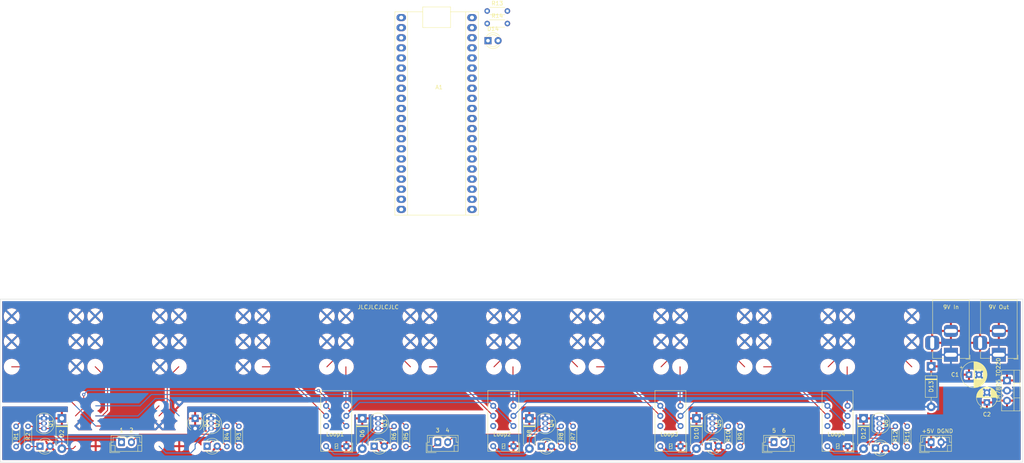
<source format=kicad_pcb>
(kicad_pcb (version 20240108) (generator "pcbnew") (generator_version "8.0")
  (layers (0 "F.Cu" signal) (31 "B.Cu" signal) (34 "B.Paste" user) (35 "F.Paste" user) (36 "B.SilkS" user "B.Silkscreen") (37 "F.SilkS" user "F.Silkscreen") (38 "B.Mask" user) (39 "F.Mask" user) (44 "Edge.Cuts" user))
  (net 0 "")
  (net 1 "+9V")
  (net 3 "+5V")
  (net 11 "J12-1")
  (net 12 "J12-2")
  (net 13 "J12-3")
  (net 14 "J12-4")
  (net 15 "J12-5")
  (net 16 "J12-6")
  (net 24 "L-Out")
  (net 25 "L-In")
  (net 26 "GND")
  (net 29 "Net-(L1-In1-PadT)")
  (net 30 "Net-(L2-In1-PadT)")
  (net 31 "Net-(L3-In1-PadT)")
  (net 32 "Net-(L4-In1-PadT)")
  (net 33 "Net-(Loop1-Pad4)")
  (net 35 "Net-(Loop2-Pad4)")
  (net 37 "Net-(Loop3-Pad4)")
  (net 42 "Net-(D4-Pad2)")
  (net 44 "Net-(L1-Out1-PadT)")
  (net 46 "Net-(L2-Out1-PadT)")
  (net 48 "Net-(L3-Out1-PadT)")
  (net 50 "Net-(L4-Out1-PadT)")
  (net 68 "Net-(D1-K)")
  (net 69 "Net-(D2-A)")
  (net 71 "Net-(D3-K)")
  (net 72 "Net-(D4-K)")
  (net 74 "Net-(D5-K)")
  (net 75 "Net-(D6-A)")
  (net 76 "Net-(D7-K)")
  (net 77 "Net-(D8-A)")
  (net 78 "Net-(D9-K)")
  (net 79 "Net-(D10-A)")
  (net 80 "Net-(D11-K)")
  (net 81 "Net-(D12-A)")
  (net 83 "Net-(D14-K)")
  (net 84 "Net-(Q1-B)")
  (net 86 "Net-(Q2-B)")
  (net 87 "Net-(Q3-B)")
  (net 88 "Net-(Q4-B)")
  (net 89 "Net-(Q5-B)")
  (net 90 "Net-(Q6-B)")
  (footprint "Diode_THT:D_DO-41_SOD81_P10.16mm_Horizontal" (layer "F.Cu") (at 234.015 16.92 -90)
    (property "Reference" "D13" (at 5.08 0 90) (layer "F.SilkS"))
    (property "Value" "1N4001")
    (pad "1" thru_hole rect (at 0 0 270) (size 2.2 2.2) (drill 1.1) (layers "*.Cu" "*.Mask") (net 1 "+9V"))
    (pad "2" thru_hole oval (at 10.16 0 270) (size 2.2 2.2) (drill 1.1) (layers "*.Cu" "*.Mask") (net 26 "GND"))
  )
  (footprint "LED_THT:LED_D3.0mm" (layer "F.Cu") (at 178.015 37)
    (property "Reference" "D9" (hide yes))
    (property "Value" "IR204A")
    (pad "1" thru_hole rect (at 0 0) (size 1.8 1.8) (drill 0.9) (layers "*.Cu" "*.Mask") (net 78 "Net-(D9-K)"))
    (pad "2" thru_hole circle (at 2.54 0) (size 1.8 1.8) (drill 0.9) (layers "*.Cu" "*.Mask") (net 3 "+5V"))
  )
  (footprint "Resistor_THT:R_Axial_DIN0204_L3.6mm_D1.6mm_P5.08mm_Horizontal" (layer "F.Cu") (at 4.015 32 -90)
    (property "Reference" "R1" (at 2.54 0 90) (layer "F.SilkS"))
    (property "Value" "R_Small_US" (hide yes))
    (pad "1" thru_hole circle (at 0 0 270) (size 1.4 1.4) (drill 0.7) (layers "*.Cu" "*.Mask") (net 84 "Net-(Q1-B)"))
    (pad "2" thru_hole oval (at 5.08 0 270) (size 1.4 1.4) (drill 0.7) (layers "*.Cu" "*.Mask") (net 11 "J12-1"))
  )
  (footprint "Connector_BarrelJack:BarrelJack_Horizontal" (layer "F.Cu") (at 238.9725 14 -90)
    (property "Reference" "JDC1" (hide yes))
    (property "Value" "Barrel_Jack_Switch" (hide yes))
    (pad "1" thru_hole rect (at 0 0 270) (size 3.5 3.5) (drill oval 1 3) (layers "*.Cu" "*.Mask") (net 26 "GND"))
    (pad "2" thru_hole roundrect (at -6 0 270) (size 3 3.5) (drill oval 1 3) (layers "*.Cu" "*.Mask") (net 1 "+9V"))
    (pad "3" thru_hole roundrect (at -3 4.7 270) (size 3.5 3.5) (drill oval 3 1) (layers "*.Cu" "*.Mask") (net 1 "+9V"))
  )
  (footprint "Resistor_THT:R_Axial_DIN0204_L3.6mm_D1.6mm_P5.08mm_Horizontal" (layer "F.Cu") (at 122.42 -72.5)
    (property "Reference" "R13" (at 2.54 -1.92 0) (layer "F.SilkS"))
    (property "Value" "R_Small_US")
    (pad "1" thru_hole circle (at 0 0) (size 1.4 1.4) (drill 0.7) (layers "*.Cu" "*.Mask"))
    (pad "2" thru_hole oval (at 5.08 0) (size 1.4 1.4) (drill 0.7) (layers "*.Cu" "*.Mask") (net 72 "Net-(D4-K)"))
  )
  (footprint "LED_THT:LED_D3.0mm" (layer "F.Cu") (at 49.015 30 -90)
    (property "Reference" "D4" (at 1.27 -2.96 -90) (layer "F.SilkS"))
    (property "Value" "IR204A")
    (pad "1" thru_hole rect (at 0 0 270) (size 1.8 1.8) (drill 0.9) (layers "*.Cu" "*.Mask") (net 72 "Net-(D4-K)"))
    (pad "2" thru_hole circle (at 2.54 0 270) (size 1.8 1.8) (drill 0.9) (layers "*.Cu" "*.Mask"))
  )
  (footprint "Package_TO_SOT_THT:TO-92_Inline" (layer "F.Cu") (at 95.015 30 -90)
    (property "Reference" "Q3" (at 1.251437 -1.729905 90) (layer "F.SilkS"))
    (property "Value" "2N3904")
    (pad "1" thru_hole rect (at 0 0 270) (size 1.05 1.5) (drill 0.75) (layers "*.Cu" "*.Mask") (net 26 "GND"))
    (pad "2" thru_hole oval (at 1.27 0 270) (size 1.05 1.5) (drill 0.75) (layers "*.Cu" "*.Mask") (net 87 "Net-(Q3-B)"))
    (pad "3" thru_hole oval (at 2.54 0 270) (size 1.05 1.5) (drill 0.75) (layers "*.Cu" "*.Mask") (net 75 "Net-(D6-A)"))
  )
  (footprint "Package_TO_SOT_THT:TO-92_Inline" (layer "F.Cu") (at 137.015 30 -90)
    (property "Reference" "Q4" (at 1.27 -1.641246 90) (layer "F.SilkS"))
    (property "Value" "2N3904")
    (pad "1" thru_hole rect (at 0 0 270) (size 1.05 1.5) (drill 0.75) (layers "*.Cu" "*.Mask") (net 26 "GND"))
    (pad "2" thru_hole oval (at 1.27 0 270) (size 1.05 1.5) (drill 0.75) (layers "*.Cu" "*.Mask") (net 88 "Net-(Q4-B)"))
    (pad "3" thru_hole oval (at 2.54 0 270) (size 1.05 1.5) (drill 0.75) (layers "*.Cu" "*.Mask") (net 77 "Net-(D8-A)"))
  )
  (footprint "Connector_JST:JST_EH_B2B-EH-A_1x02_P2.50mm_Vertical" (layer "F.Cu") (at 234 36)
    (property "Reference" "J4" (hide yes))
    (property "Value" "Conn_01x02")
    (pad "1" thru_hole roundrect (at 0 0) (size 1.7 2) (drill 1) (layers "*.Cu" "*.Mask") (roundrect_rratio 0.1470588235) (net 3 "+5V"))
    (pad "2" thru_hole oval (at 2.5 0) (size 1.7 2) (drill 1) (layers "*.Cu" "*.Mask") (net 26 "GND"))
  )
  (footprint "Resistor_THT:R_Axial_DIN0204_L3.6mm_D1.6mm_P5.08mm_Horizontal" (layer "F.Cu") (at 60.015 32 -90)
    (property "Reference" "R3" (at 2.54 0 90) (layer "F.SilkS"))
    (property "Value" "R_Small_US")
    (pad "1" thru_hole circle (at 0 0 270) (size 1.4 1.4) (drill 0.7) (layers "*.Cu" "*.Mask") (net 86 "Net-(Q2-B)"))
    (pad "2" thru_hole oval (at 5.08 0 270) (size 1.4 1.4) (drill 0.7) (layers "*.Cu" "*.Mask") (net 16 "J12-6"))
  )
  (footprint "Resistor_THT:R_Axial_DIN0204_L3.6mm_D1.6mm_P5.08mm_Horizontal" (layer "F.Cu") (at 186.015 32 -90)
    (property "Reference" "R9" (at 2.54 0 90) (layer "F.SilkS"))
    (property "Value" "R_Small_US")
    (pad "1" thru_hole circle (at 0 0 270) (size 1.4 1.4) (drill 0.7) (layers "*.Cu" "*.Mask") (net 89 "Net-(Q5-B)"))
    (pad "2" thru_hole oval (at 5.08 0 270) (size 1.4 1.4) (drill 0.7) (layers "*.Cu" "*.Mask") (net 15 "J12-5"))
  )
  (footprint "Package_TO_SOT_THT:TO-92_Inline" (layer "F.Cu") (at 53.015 30 -90)
    (property "Reference" "Q2" (at 1.27 -1.651764 90) (layer "F.SilkS"))
    (property "Value" "2N3904")
    (pad "1" thru_hole rect (at 0 0 270) (size 1.05 1.5) (drill 0.75) (layers "*.Cu" "*.Mask") (net 26 "GND"))
    (pad "2" thru_hole oval (at 1.27 0 270) (size 1.05 1.5) (drill 0.75) (layers "*.Cu" "*.Mask") (net 86 "Net-(Q2-B)"))
    (pad "3" thru_hole oval (at 2.54 0 270) (size 1.05 1.5) (drill 0.75) (layers "*.Cu" "*.Mask"))
  )
  (footprint "Relay_THT:Relay_DPDT_Kemet_EC2" (layer "F.Cu") (at 171.015 37 180)
    (property "Reference" "Loop3" (at 2.83 3 0) (layer "F.SilkS"))
    (property "Value" "EC2-4.5NU")
    (pad "1" thru_hole roundrect (at 0 0 180) (size 1.5 1.5) (drill 0.8) (layers "*.Cu" "*.Mask") (roundrect_rratio 0.167) (net 3 "+5V"))
    (pad "3" thru_hole circle (at 0 5.08 180) (size 1.5 1.5) (drill 0.8) (layers "*.Cu" "*.Mask") (net 35 "Net-(Loop2-Pad4)"))
    (pad "4" thru_hole circle (at 0 7.62 180) (size 1.5 1.5) (drill 0.8) (layers "*.Cu" "*.Mask") (net 37 "Net-(Loop3-Pad4)"))
    (pad "5" thru_hole circle (at 0 10.16 180) (size 1.5 1.5) (drill 0.8) (layers "*.Cu" "*.Mask") (net 48 "Net-(L3-Out1-PadT)"))
    (pad "8" thru_hole circle (at 5.08 10.16 180) (size 1.5 1.5) (drill 0.8) (layers "*.Cu" "*.Mask") (net 35 "Net-(Loop2-Pad4)"))
    (pad "9" thru_hole circle (at 5.08 7.62 180) (size 1.5 1.5) (drill 0.8) (layers "*.Cu" "*.Mask") (net 31 "Net-(L3-In1-PadT)"))
    (pad "10" thru_hole circle (at 5.08 5.08 180) (size 1.5 1.5) (drill 0.8) (layers "*.Cu" "*.Mask"))
    (pad "12" thru_hole circle (at 5.08 0 180) (size 1.5 1.5) (drill 0.8) (layers "*.Cu" "*.Mask") (net 79 "Net-(D10-A)"))
  )
  (footprint "PCM_SL_Development_Boards:raspberry_pi_pico_THT" (layer "F.Cu") (at 100.82 -70.845)
    (property "Reference" "A1" (at 9.49 17.53 180) (layer "F.SilkS"))
    (property "Value" "Raspberry_Pi_Pico_THT")
    (pad "1" thru_hole oval (at 0 0 270) (size 1.8 2.4) (drill 1) (layers "*.Cu" "*.Mask"))
    (pad "2" thru_hole oval (at 0 2.54 270) (size 1.8 2.4) (drill 1) (layers "*.Cu" "*.Mask"))
    (pad "3" thru_hole oval (at 0 5.08 270) (size 1.8 2.4) (drill 1) (layers "*.Cu" "*.Mask"))
    (pad "4" thru_hole oval (at 0 7.62 270) (size 1.8 2.4) (drill 1) (layers "*.Cu" "*.Mask"))
    (pad "5" thru_hole oval (at 0 10.16 270) (size 1.8 2.4) (drill 1) (layers "*.Cu" "*.Mask"))
    (pad "6" thru_hole oval (at 0 12.7 270) (size 1.8 2.4) (drill 1) (layers "*.Cu" "*.Mask"))
    (pad "7" thru_hole oval (at 0 15.24 270) (size 1.8 2.4) (drill 1) (layers "*.Cu" "*.Mask"))
    (pad "8" thru_hole oval (at 0 17.78 270) (size 1.8 2.4) (drill 1) (layers "*.Cu" "*.Mask"))
    (pad "9" thru_hole oval (at 0 20.32 270) (size 1.8 2.4) (drill 1) (layers "*.Cu" "*.Mask"))
    (pad "10" thru_hole oval (at 0 22.86 270) (size 1.8 2.4) (drill 1) (layers "*.Cu" "*.Mask"))
    (pad "11" thru_hole oval (at 0 25.4 270) (size 1.8 2.4) (drill 1) (layers "*.Cu" "*.Mask"))
    (pad "12" thru_hole oval (at 0 27.94 270) (size 1.8 2.4) (drill 1) (layers "*.Cu" "*.Mask"))
    (pad "13" thru_hole oval (at 0 30.48 270) (size 1.8 2.4) (drill 1) (layers "*.Cu" "*.Mask"))
    (pad "14" thru_hole oval (at 0 33.02 270) (size 1.8 2.4) (drill 1) (layers "*.Cu" "*.Mask"))
    (pad "15" thru_hole oval (at 0 35.56 270) (size 1.8 2.4) (drill 1) (layers "*.Cu" "*.Mask"))
    (pad "16" thru_hole oval (at 0 38.1 270) (size 1.8 2.4) (drill 1) (layers "*.Cu" "*.Mask"))
    (pad "17" thru_hole oval (at 0 40.64 270) (size 1.8 2.4) (drill 1) (layers "*.Cu" "*.Mask"))
    (pad "18" thru_hole oval (at 0 43.18 270) (size 1.8 2.4) (drill 1) (layers "*.Cu" "*.Mask"))
    (pad "19" thru_hole oval (at 0 45.72 270) (size 1.8 2.4) (drill 1) (layers "*.Cu" "*.Mask"))
    (pad "20" thru_hole oval (at 0 48.26 270) (size 1.8 2.4) (drill 1) (layers "*.Cu" "*.Mask"))
    (pad "21" thru_hole oval (at 17.78 48.26 270) (size 1.8 2.4) (drill 1) (layers "*.Cu" "*.Mask"))
    (pad "22" thru_hole oval (at 17.78 45.72 270) (size 1.8 2.4) (drill 1) (layers "*.Cu" "*.Mask"))
    (pad "23" thru_hole oval (at 17.78 43.18 270) (size 1.8 2.4) (drill 1) (layers "*.Cu" "*.Mask"))
    (pad "24" thru_hole oval (at 17.78 40.64 270) (size 1.8 2.4) (drill 1) (layers "*.Cu" "*.Mask"))
    (pad "25" thru_hole oval (at 17.78 38.1 270) (size 1.8 2.4) (drill 1) (layers "*.Cu" "*.Mask"))
    (pad "26" thru_hole oval (at 17.78 35.56 270) (size 1.8 2.4) (drill 1) (layers "*.Cu" "*.Mask"))
    (pad "27" thru_hole oval (at 17.78 33.02 270) (size 1.8 2.4) (drill 1) (layers "*.Cu" "*.Mask"))
    (pad "28" thru_hole oval (at 17.78 30.48 270) (size 1.8 2.4) (drill 1) (layers "*.Cu" "*.Mask"))
    (pad "29" thru_hole oval (at 17.78 27.94 270) (size 1.8 2.4) (drill 1) (layers "*.Cu" "*.Mask"))
    (pad "30" thru_hole oval (at 17.78 25.4 270) (size 1.8 2.4) (drill 1) (layers "*.Cu" "*.Mask"))
    (pad "31" thru_hole oval (at 17.78 22.86 270) (size 1.8 2.4) (drill 1) (layers "*.Cu" "*.Mask"))
    (pad "32" thru_hole oval (at 17.78 20.32 270) (size 1.8 2.4) (drill 1) (layers "*.Cu" "*.Mask"))
    (pad "33" thru_hole oval (at 17.78 17.78 270) (size 1.8 2.4) (drill 1) (layers "*.Cu" "*.Mask"))
    (pad "34" thru_hole oval (at 17.78 15.24 270) (size 1.8 2.4) (drill 1) (layers "*.Cu" "*.Mask"))
    (pad "35" thru_hole oval (at 17.78 12.7 270) (size 1.8 2.4) (drill 1) (layers "*.Cu" "*.Mask"))
    (pad "36" thru_hole oval (at 17.78 10.16 270) (size 1.8 2.4) (drill 1) (layers "*.Cu" "*.Mask"))
    (pad "37" thru_hole oval (at 17.78 7.62 270) (size 1.8 2.4) (drill 1) (layers "*.Cu" "*.Mask"))
    (pad "38" thru_hole oval (at 17.78 5.08 270) (size 1.8 2.4) (drill 1) (layers "*.Cu" "*.Mask"))
    (pad "39" thru_hole oval (at 17.78 2.54 270) (size 1.8 2.4) (drill 1) (layers "*.Cu" "*.Mask"))
    (pad "40" thru_hole oval (at 17.78 0 270) (size 1.8 2.4) (drill 1) (layers "*.Cu" "*.Mask"))
  )
  (footprint "Resistor_THT:R_Axial_DIN0204_L3.6mm_D1.6mm_P5.08mm_Horizontal" (layer "F.Cu") (at 102.015 32 -90)
    (property "Reference" "R5" (at 2.54 0 90) (layer "F.SilkS"))
    (property "Value" "R_Small_US")
    (pad "1" thru_hole circle (at 0 0 270) (size 1.4 1.4) (drill 0.7) (layers "*.Cu" "*.Mask") (net 87 "Net-(Q3-B)"))
    (pad "2" thru_hole oval (at 5.08 0 270) (size 1.4 1.4) (drill 0.7) (layers "*.Cu" "*.Mask") (net 13 "J12-3"))
  )
  (footprint "Capacitor_THT:CP_Radial_D5.0mm_P2.50mm" (layer "F.Cu") (at 248.015 26 90)
    (property "Reference" "C2" (at -3 0 0) (layer "F.SilkS"))
    (property "Value" "C_Polarized_US" (hide yes))
    (pad "1" thru_hole rect (at 0 0 90) (size 1.6 1.6) (drill 0.8) (layers "*.Cu" "*.Mask") (net 3 "+5V"))
    (pad "2" thru_hole circle (at 2.5 0 90) (size 1.6 1.6) (drill 0.8) (layers "*.Cu" "*.Mask") (net 26 "GND"))
  )
  (footprint "Diode_THT:D_DO-41_SOD81_P7.62mm_Horizontal" (layer "F.Cu") (at 217.015 30 -90)
    (property "Reference" "D12" (at 3.81 0 90) (layer "F.SilkS"))
    (property "Value" "1N4001")
    (pad "1" thru_hole rect (at 0 0 270) (size 2.2 2.2) (drill 1.1) (layers "*.Cu" "*.Mask") (net 3 "+5V"))
    (pad "2" thru_hole oval (at 7.62 0 270) (size 2.2 2.2) (drill 1.1) (layers "*.Cu" "*.Mask") (net 81 "Net-(D12-A)"))
  )
  (footprint "Relay_THT:Relay_DPDT_Kemet_EC2" (layer "F.Cu") (at 87.015 37 180)
    (property "Reference" "Loop1" (at 2.83 3 0) (layer "F.SilkS"))
    (property "Value" "EC2-4.5NU")
    (pad "1" thru_hole roundrect (at 0 0 180) (size 1.5 1.5) (drill 0.8) (layers "*.Cu" "*.Mask") (roundrect_rratio 0.167) (net 3 "+5V"))
    (pad "3" thru_hole circle (at 0 5.08 180) (size 1.5 1.5) (drill 0.8) (layers "*.Cu" "*.Mask") (net 25 "L-In"))
    (pad "4" thru_hole circle (at 0 7.62 180) (size 1.5 1.5) (drill 0.8) (layers "*.Cu" "*.Mask") (net 33 "Net-(Loop1-Pad4)"))
    (pad "5" thru_hole circle (at 0 10.16 180) (size 1.5 1.5) (drill 0.8) (layers "*.Cu" "*.Mask") (net 44 "Net-(L1-Out1-PadT)"))
    (pad "8" thru_hole circle (at 5.08 10.16 180) (size 1.5 1.5) (drill 0.8) (layers "*.Cu" "*.Mask") (net 25 "L-In"))
    (pad "9" thru_hole circle (at 5.08 7.62 180) (size 1.5 1.5) (drill 0.8) (layers "*.Cu" "*.Mask") (net 29 "Net-(L1-In1-PadT)"))
    (pad "10" thru_hole circle (at 5.08 5.08 180) (size 1.5 1.5) (drill 0.8) (layers "*.Cu" "*.Mask"))
    (pad "12" thru_hole circle (at 5.08 0 180) (size 1.5 1.5) (drill 0.8) (layers "*.Cu" "*.Mask") (net 75 "Net-(D6-A)"))
  )
  (footprint "Resistor_THT:R_Axial_DIN0204_L3.6mm_D1.6mm_P5.08mm_Horizontal" (layer "F.Cu") (at 57.015 32 -90)
    (property "Reference" "R4" (at 2.54 0 90) (layer "F.SilkS"))
    (property "Value" "R_Small_US")
    (pad "1" thru_hole circle (at 0 0 270) (size 1.4 1.4) (drill 0.7) (layers "*.Cu" "*.Mask"))
    (pad "2" thru_hole oval (at 5.08 0 270) (size 1.4 1.4) (drill 0.7) (layers "*.Cu" "*.Mask") (net 71 "Net-(D3-K)"))
  )
  (footprint "Package_TO_SOT_THT:TO-92_Inline" (layer "F.Cu") (at 11.015 30 -90)
    (property "Reference" "Q1" (at 1.27 -1.738755 90) (layer "F.SilkS"))
    (property "Value" "2N3904")
    (pad "1" thru_hole rect (at 0 0 270) (size 1.05 1.5) (drill 0.75) (layers "*.Cu" "*.Mask") (net 26 "GND"))
    (pad "2" thru_hole oval (at 1.27 0 270) (size 1.05 1.5) (drill 0.75) (layers "*.Cu" "*.Mask") (net 84 "Net-(Q1-B)"))
    (pad "3" thru_hole oval (at 2.54 0 270) (size 1.05 1.5) (drill 0.75) (layers "*.Cu" "*.Mask") (net 69 "Net-(D2-A)"))
  )
  (footprint "Resistor_THT:R_Axial_DIN0204_L3.6mm_D1.6mm_P5.08mm_Horizontal" (layer "F.Cu") (at 183.015 32 -90)
    (property "Reference" "R10" (at 2.54 0 90) (layer "F.SilkS"))
    (property "Value" "R_Small_US")
    (pad "1" thru_hole circle (at 0 0 270) (size 1.4 1.4) (drill 0.7) (layers "*.Cu" "*.Mask") (net 79 "Net-(D10-A)"))
    (pad "2" thru_hole oval (at 5.08 0 270) (size 1.4 1.4) (drill 0.7) (layers "*.Cu" "*.Mask") (net 78 "Net-(D9-K)"))
  )
  (footprint "Relay_THT:Relay_DPDT_Kemet_EC2" (layer "F.Cu") (at 213.015 37 180)
    (property "Reference" "Loop4" (at 2.83 3 0) (layer "F.SilkS"))
    (property "Value" "EC2-4.5NU")
    (pad "1" thru_hole roundrect (at 0 0 180) (size 1.5 1.5) (drill 0.8) (layers "*.Cu" "*.Mask") (roundrect_rratio 0.167) (net 3 "+5V"))
    (pad "3" thru_hole circle (at 0 5.08 180) (size 1.5 1.5) (drill 0.8) (layers "*.Cu" "*.Mask") (net 37 "Net-(Loop3-Pad4)"))
    (pad "4" thru_hole circle (at 0 7.62 180) (size 1.5 1.5) (drill 0.8) (layers "*.Cu" "*.Mask") (net 24 "L-Out"))
    (pad "5" thru_hole circle (at 0 10.16 180) (size 1.5 1.5) (drill 0.8) (layers "*.Cu" "*.Mask") (net 50 "Net-(L4-Out1-PadT)"))
    (pad "8" thru_hole circle (at 5.08 10.16 180) (size 1.5 1.5) (drill 0.8) (layers "*.Cu" "*.Mask") (net 37 "Net-(Loop3-Pad4)"))
    (pad "9" thru_hole circle (at 5.08 7.62 180) (size 1.5 1.5) (drill 0.8) (layers "*.Cu" "*.Mask") (net 32 "Net-(L4-In1-PadT)"))
    (pad "10" thru_hole circle (at 5.08 5.08 180) (size 1.5 1.5) (drill 0.8) (layers "*.Cu" "*.Mask"))
    (pad "12" thru_hole circle (at 5.08 0 180) (size 1.5 1.5) (drill 0.8) (layers "*.Cu" "*.Mask") (net 81 "Net-(D12-A)"))
  )
  (footprint "Package_TO_SOT_THT:TO-92_Inline" (layer "F.Cu") (at 221.015 30 -90)
    (property "Reference" "Q6" (at 1.27 -1.679731 90) (layer "F.SilkS"))
    (property "Value" "2N3904")
    (pad "1" thru_hole rect (at 0 0 270) (size 1.05 1.5) (drill 0.75) (layers "*.Cu" "*.Mask") (net 26 "GND"))
    (pad "2" thru_hole oval (at 1.27 0 270) (size 1.05 1.5) (drill 0.75) (layers "*.Cu" "*.Mask") (net 90 "Net-(Q6-B)"))
    (pad "3" thru_hole oval (at 2.54 0 270) (size 1.05 1.5) (drill 0.75) (layers "*.Cu" "*.Mask") (net 81 "Net-(D12-A)"))
  )
  (footprint "Resistor_THT:R_Axial_DIN0204_L3.6mm_D1.6mm_P5.08mm_Horizontal" (layer "F.Cu") (at 141.015 32 -90)
    (property "Reference" "R8" (at 2.54 0 90) (layer "F.SilkS"))
    (property "Value" "R_Small_US")
    (pad "1" thru_hole circle (at 0 0 270) (size 1.4 1.4) (drill 0.7) (layers "*.Cu" "*.Mask") (net 77 "Net-(D8-A)"))
    (pad "2" thru_hole oval (at 5.08 0 270) (size 1.4 1.4) (drill 0.7) (layers "*.Cu" "*.Mask") (net 76 "Net-(D7-K)"))
  )
  (footprint "Resistor_THT:R_Axial_DIN0204_L3.6mm_D1.6mm_P5.08mm_Horizontal" (layer "F.Cu") (at 228.015 32 -90)
    (property "Reference" "R11" (at 2.54 0 90) (layer "F.SilkS"))
    (property "Value" "R_Small_US")
    (pad "1" thru_hole circle (at 0 0 270) (size 1.4 1.4) (drill 0.7) (layers "*.Cu" "*.Mask") (net 90 "Net-(Q6-B)"))
    (pad "2" thru_hole oval (at 5.08 0 270) (size 1.4 1.4) (drill 0.7) (layers "*.Cu" "*.Mask") (net 16 "J12-6"))
  )
  (footprint "Connector_JST:JST_EH_B2B-EH-A_1x02_P2.50mm_Vertical" (layer "F.Cu") (at 194.5 36)
    (property "Reference" "J56" (hide yes))
    (property "Value" "Conn_01x02")
    (pad "1" thru_hole roundrect (at 0 0) (size 1.7 2) (drill 1) (layers "*.Cu" "*.Mask") (roundrect_rratio 0.1470588235) (net 15 "J12-5"))
    (pad "2" thru_hole oval (at 2.5 0) (size 1.7 2) (drill 1) (layers "*.Cu" "*.Mask") (net 16 "J12-6"))
  )
  (footprint "Diode_THT:D_DO-41_SOD81_P7.62mm_Horizontal" (layer "F.Cu") (at 175.015 30 -90)
    (property "Reference" "D10" (at 3.81 0 90) (layer "F.SilkS"))
    (property "Value" "1N4001")
    (pad "1" thru_hole rect (at 0 0 270) (size 2.2 2.2) (drill 1.1) (layers "*.Cu" "*.Mask") (net 3 "+5V"))
    (pad "2" thru_hole oval (at 7.62 0 270) (size 2.2 2.2) (drill 1.1) (layers "*.Cu" "*.Mask") (net 79 "Net-(D10-A)"))
  )
  (footprint "Diode_THT:D_DO-41_SOD81_P7.62mm_Horizontal" (layer "F.Cu") (at 15.515 30 -90)
    (property "Reference" "D2" (at 3.81 0 90) (layer "F.SilkS"))
    (property "Value" "1N4001" (hide yes))
    (pad "1" thru_hole rect (at 0 0 270) (size 2.2 2.2) (drill 1.1) (layers "*.Cu" "*.Mask") (net 3 "+5V"))
    (pad "2" thru_hole oval (at 7.62 0 270) (size 2.2 2.2) (drill 1.1) (layers "*.Cu" "*.Mask") (net 69 "Net-(D2-A)"))
  )
  (footprint "Package_TO_SOT_THT:TO-220-3_Vertical" (layer "F.Cu") (at 253.07 20.46 -90)
    (property "Reference" "U1" (hide yes))
    (property "Value" "LM7805_TO220" (at -0.108704 2.156678 90) (layer "F.SilkS"))
    (pad "1" thru_hole rect (at 0 0 270) (size 1.905 2) (drill 1.1) (layers "*.Cu" "*.Mask") (net 1 "+9V"))
    (pad "2" thru_hole oval (at 2.54 0 270) (size 1.905 2) (drill 1.1) (layers "*.Cu" "*.Mask") (net 26 "GND"))
    (pad "3" thru_hole oval (at 5.08 0 270) (size 1.905 2) (drill 1.1) (layers "*.Cu" "*.Mask") (net 3 "+5V"))
  )
  (footprint "Resistor_THT:R_Axial_DIN0204_L3.6mm_D1.6mm_P5.08mm_Horizontal" (layer "F.Cu") (at 144.015 32 -90)
    (property "Reference" "R7" (at 2.54 0 90) (layer "F.SilkS"))
    (property "Value" "R_Small_US")
    (pad "1" thru_hole circle (at 0 0 270) (size 1.4 1.4) (drill 0.7) (layers "*.Cu" "*.Mask") (net 88 "Net-(Q4-B)"))
    (pad "2" thru_hole oval (at 5.08 0 270) (size 1.4 1.4) (drill 0.7) (layers "*.Cu" "*.Mask") (net 14 "J12-4"))
  )
  (footprint "LED_THT:LED_D3.0mm" (layer "F.Cu") (at 52.015 37)
    (property "Reference" "D3" (hide yes))
    (property "Value" "IR204A")
    (pad "1" thru_hole rect (at 0 0) (size 1.8 1.8) (drill 0.9) (layers "*.Cu" "*.Mask") (net 71 "Net-(D3-K)"))
    (pad "2" thru_hole circle (at 2.54 0) (size 1.8 1.8) (drill 0.9) (layers "*.Cu" "*.Mask"))
  )
  (footprint "Connector_JST:JST_EH_B2B-EH-A_1x02_P2.50mm_Vertical" (layer "F.Cu") (at 110 36)
    (property "Reference" "J34" (hide yes))
    (property "Value" "Conn_01x02")
    (pad "1" thru_hole roundrect (at 0 0) (size 1.7 2) (drill 1) (layers "*.Cu" "*.Mask") (roundrect_rratio 0.1470588235) (net 13 "J12-3"))
    (pad "2" thru_hole oval (at 2.5 0) (size 1.7 2) (drill 1) (layers "*.Cu" "*.Mask") (net 14 "J12-4"))
  )
  (footprint "Connector_BarrelJack:BarrelJack_Horizontal" (layer "F.Cu") (at 251.015 14 -90)
    (property "Reference" "JDC2" (hide yes))
    (property "Value" "Barrel_Jack_Switch")
    (pad "1" thru_hole rect (at 0 0 270) (size 3.5 3.5) (drill oval 1 3) (layers "*.Cu" "*.Mask") (net 26 "GND"))
    (pad "2" thru_hole roundrect (at -6 0 270) (size 3 3.5) (drill oval 1 3) (layers "*.Cu" "*.Mask") (net 1 "+9V"))
    (pad "3" thru_hole roundrect (at -3 4.7 270) (size 3.5 3.5) (drill oval 3 1) (layers "*.Cu" "*.Mask") (net 1 "+9V"))
  )
  (footprint "LED_THT:LED_D3.0mm" (layer "F.Cu") (at 122.62 -65.04)
    (property "Reference" "D14" (at 1.27 -2.96 0) (layer "F.SilkS"))
    (property "Value" "IR204A")
    (pad "1" thru_hole rect (at 0 0) (size 1.8 1.8) (drill 0.9) (layers "*.Cu" "*.Mask") (net 83 "Net-(D14-K)"))
    (pad "2" thru_hole circle (at 2.54 0) (size 1.8 1.8) (drill 0.9) (layers "*.Cu" "*.Mask"))
  )
  (footprint "Capacitor_THT:CP_Radial_D6.3mm_P2.50mm" (layer "F.Cu") (at 243.515 19)
    (property "Reference" "C1" (at -3.5 0 180) (layer "F.SilkS"))
    (property "Value" "C_Polarized_US" (hide yes))
    (pad "1" thru_hole rect (at 0 0) (size 1.6 1.6) (drill 0.8) (layers "*.Cu" "*.Mask") (net 1 "+9V"))
    (pad "2" thru_hole circle (at 2.5 0) (size 1.6 1.6) (drill 0.8) (layers "*.Cu" "*.Mask") (net 26 "GND"))
  )
  (footprint "Relay_THT:Relay_DPDT_Kemet_EC2" (layer "F.Cu") (at 129.015 37 180)
    (property "Reference" "Loop2" (at 2.83 3 0) (layer "F.SilkS"))
    (property "Value" "EC2-4.5NU")
    (pad "1" thru_hole roundrect (at 0 0 180) (size 1.5 1.5) (drill 0.8) (layers "*.Cu" "*.Mask") (roundrect_rratio 0.167) (net 3 "+5V"))
    (pad "3" thru_hole circle (at 0 5.08 180) (size 1.5 1.5) (drill 0.8) (layers "*.Cu" "*.Mask") (net 33 "Net-(Loop1-Pad4)"))
    (pad "4" thru_hole circle (at 0 7.62 180) (size 1.5 1.5) (drill 0.8) (layers "*.Cu" "*.Mask") (net 35 "Net-(Loop2-Pad4)"))
    (pad "5" thru_hole circle (at 0 10.16 180) (size 1.5 1.5) (drill 0.8) (layers "*.Cu" "*.Mask") (net 46 "Net-(L2-Out1-PadT)"))
    (pad "8" thru_hole circle (at 5.08 10.16 180) (size 1.5 1.5) (drill 0.8) (layers "*.Cu" "*.Mask") (net 33 "Net-(Loop1-Pad4)"))
    (pad "9" thru_hole circle (at 5.08 7.62 180) (size 1.5 1.5) (drill 0.8) (layers "*.Cu" "*.Mask") (net 30 "Net-(L2-In1-PadT)"))
    (pad "10" thru_hole circle (at 5.08 5.08 180) (size 1.5 1.5) (drill 0.8) (layers "*.Cu" "*.Mask"))
    (pad "12" thru_hole circle (at 5.08 0 180) (size 1.5 1.5) (drill 0.8) (layers "*.Cu" "*.Mask") (net 77 "Net-(D8-A)"))
  )
  (footprint "LED_THT:LED_D3.0mm" (layer "F.Cu") (at 10.015 37)
    (property "Reference" "D1" (hide yes))
    (property "Value" "IR204A" (hide yes))
    (pad "1" thru_hole rect (at 0 0) (size 1.8 1.8) (drill 0.9) (layers "*.Cu" "*.Mask") (net 68 "Net-(D1-K)"))
    (pad "2" thru_hole circle (at 2.54 0) (size 1.8 1.8) (drill 0.9) (layers "*.Cu" "*.Mask") (net 3 "+5V"))
  )
  (footprint "Resistor_THT:R_Axial_DIN0204_L3.6mm_D1.6mm_P5.08mm_Horizontal" (layer "F.Cu") (at 7.015 32 -90)
    (property "Reference" "R2" (at 2.54 0.015459 90) (layer "F.SilkS"))
    (property "Value" "R_Small_US")
    (pad "1" thru_hole circle (at 0 0 270) (size 1.4 1.4) (drill 0.7) (layers "*.Cu" "*.Mask") (net 69 "Net-(D2-A)"))
    (pad "2" thru_hole oval (at 5.08 0 270) (size 1.4 1.4) (drill 0.7) (layers "*.Cu" "*.Mask") (net 68 "Net-(D1-K)"))
  )
  (footprint "Resistor_THT:R_Axial_DIN0204_L3.6mm_D1.6mm_P5.08mm_Horizontal" (layer "F.Cu") (at 122.42 -69.35)
    (property "Reference" "R14" (at 2.54 -1.92 0) (layer "F.SilkS"))
    (property "Value" "R_Small_US")
    (pad "1" thru_hole circle (at 0 0) (size 1.4 1.4) (drill 0.7) (layers "*.Cu" "*.Mask"))
    (pad "2" thru_hole oval (at 5.08 0) (size 1.4 1.4) (drill 0.7) (layers "*.Cu" "*.Mask") (net 83 "Net-(D14-K)"))
  )
  (footprint "Diode_THT:D_DO-41_SOD81_P7.62mm_Horizontal" (layer "F.Cu") (at 133.015 30 -90)
    (property "Reference" "D8" (at 3.81 0 90) (layer "F.SilkS"))
    (property "Value" "1N4001")
    (pad "1" thru_hole rect (at 0 0 270) (size 2.2 2.2) (drill 1.1) (layers "*.Cu" "*.Mask") (net 3 "+5V"))
    (pad "2" thru_hole oval (at 7.62 0 270) (size 2.2 2.2) (drill 1.1) (layers "*.Cu" "*.Mask") (net 77 "Net-(D8-A)"))
  )
  (footprint "Diode_THT:D_DO-41_SOD81_P7.62mm_Horizontal" (layer "F.Cu") (at 91.015 30 -90)
    (property "Reference" "D6" (at 3.81 0 90) (layer "F.SilkS"))
    (property "Value" "1N4001")
    (pad "1" thru_hole rect (at 0 0 270) (size 2.2 2.2) (drill 1.1) (layers "*.Cu" "*.Mask") (net 3 "+5V"))
    (pad "2" thru_hole oval (at 7.62 0 270) (size 2.2 2.2) (drill 1.1) (layers "*.Cu" "*.Mask") (net 75 "Net-(D6-A)"))
  )
  (footprint "LED_THT:LED_D3.0mm" (layer "F.Cu") (at 136.015 37)
    (property "Reference" "D7" (hide yes))
    (property "Value" "IR204A")
    (pad "1" thru_hole rect (at 0 0) (size 1.8 1.8) (drill 0.9) (layers "*.Cu" "*.Mask") (net 76 "Net-(D7-K)"))
    (pad "2" thru_hole circle (at 2.54 0) (size 1.8 1.8) (drill 0.9) (layers "*.Cu" "*.Mask") (net 3 "+5V"))
  )
  (footprint "Resistor_THT:R_Axial_DIN0204_L3.6mm_D1.6mm_P5.08mm_Horizontal" (layer "F.Cu") (at 99.015 32 -90)
    (property "Reference" "R6" (at 2.54 0 90) (layer "F.SilkS"))
    (property "Value" "R_Small_US")
    (pad "1" thru_hole circle (at 0 0 270) (size 1.4 1.4) (drill 0.7) (layers "*.Cu" "*.Mask") (net 75 "Net-(D6-A)"))
    (pad "2" thru_hole oval (at 5.08 0 270) (size 1.4 1.4) (drill 0.7) (layers "*.Cu" "*.Mask") (net 74 "Net-(D5-K)"))
  )
  (footprint "LED_THT:LED_D3.0mm" (layer "F.Cu") (at 220.015 37.46)
    (property "Reference" "D11" (hide yes))
    (property "Value" "IR204A")
    (pad "1" thru_hole rect (at 0 0) (size 1.8 1.8) (drill 0.9) (layers "*.Cu" "*.Mask") (net 80 "Net-(D11-K)"))
    (pad "2" thru_hole circle (at 2.54 0) (size 1.8 1.8) (drill 0.9) (layers "*.Cu" "*.Mask") (net 3 "+5V"))
  )
  (footprint "Package_TO_SOT_THT:TO-92_Inline" (layer "F.Cu") (at 179.015 30 -90)
    (property "Reference" "Q5" (at 1.27 -1.683996 90) (layer "F.SilkS"))
    (property "Value" "2N3904")
    (pad "1" thru_hole rect (at 0 0 270) (size 1.05 1.5) (drill 0.75) (layers "*.Cu" "*.Mask") (net 26 "GND"))
    (pad "2" thru_hole oval (at 1.27 0 270) (size 1.05 1.5) (drill 0.75) (layers "*.Cu" "*.Mask") (net 89 "Net-(Q5-B)"))
    (pad "3" thru_hole oval (at 2.54 0 270) (size 1.05 1.5) (drill 0.75) (layers "*.Cu" "*.Mask") (net 79 "Net-(D10-A)"))
  )
  (footprint "Connector_JST:JST_EH_B2B-EH-A_1x02_P2.50mm_Vertical" (layer "F.Cu") (at 30.5 36)
    (property "Reference" "J12" (hide yes))
    (property "Value" "Conn_01x02")
    (pad "1" thru_hole roundrect (at 0 0) (size 1.7 2) (drill 1) (layers "*.Cu" "*.Mask") (roundrect_rratio 0.1470588235) (net 11 "J12-1"))
    (pad "2" thru_hole oval (at 2.5 0) (size 1.7 2) (drill 1) (layers "*.Cu" "*.Mask") (net 12 "J12-2"))
  )
  (footprint "Resistor_THT:R_Axial_DIN0204_L3.6mm_D1.6mm_P5.08mm_Horizontal" (layer "F.Cu") (at 225.015 32 -90)
    (property "Reference" "R12" (at 2.54 0 90) (layer "F.SilkS"))
    (property "Value" "R_Small_US")
    (pad "1" thru_hole circle (at 0 0 270) (size 1.4 1.4) (drill 0.7) (layers "*.Cu" "*.Mask") (net 81 "Net-(D12-A)"))
    (pad "2" thru_hole oval (at 5.08 0 270) (size 1.4 1.4) (drill 0.7) (layers "*.Cu" "*.Mask") (net 80 "Net-(D11-K)"))
  )
  (footprint "LED_THT:LED_D3.0mm" (layer "F.Cu") (at 94.015 37)
    (property "Reference" "D5" (hide yes))
    (property "Value" "IR204A")
    (pad "1" thru_hole rect (at 0 0) (size 1.8 1.8) (drill 0.9) (layers "*.Cu" "*.Mask") (net 74 "Net-(D5-K)"))
    (pad "2" thru_hole circle (at 2.54 0) (size 1.8 1.8) (drill 0.9) (layers "*.Cu" "*.Mask") (net 3 "+5V"))
  )
  (gr_rect (start 0.015 0) (end 257.015 41) (stroke (width 0.1)) (fill none) (layer "Edge.Cuts"))
  (gr_text "9V Out" (at 251 2 0) (layer "F.SilkS") (effects (font (size 1 1))))
  (gr_text "+5V DGND" (at 235.577165 33.195907 0) (layer "F.SilkS") (effects (font (size 1 1))))
  (gr_text "1  2" (at 31.748026 32.956972 0) (layer "F.SilkS") (effects (font (size 1 1))))
  (gr_text "5  6" (at 195.765865 33.074927 0) (layer "F.SilkS") (effects (font (size 1 1))))
  (gr_text "9V In" (at 239 2 0) (layer "F.SilkS") (effects (font (size 1 1))))
  (gr_text "3  4" (at 111.20428 33.008389 0) (layer "F.SilkS") (effects (font (size 1 1))))
  (gr_text "JLCJLCJLCJLC" (at 95.015 2 0) (layer "F.SilkS") (effects (font (size 1 1))))
  (segment (start 142.105 14) (end 145.13 17.025) (width 0.25) (layer "F.Cu") (net 0))
  (segment (start 124.13 17.025) (end 127.155 14) (width 0.25) (layer "F.Cu") (net 0))
  (segment (start 85.155 14) (end 100.105 14) (width 0.25) (layer "F.Cu") (net 0))
  (segment (start 42 27.315) (end 39.935 29.38) (width 0.25) (layer "F.Cu") (net 0))
  (segment (start 208.13 17.025) (end 211.155 14) (width 0.25) (layer "F.Cu") (net 0))
  (segment (start 184.105 14) (end 187.13 17.025) (width 0.25) (layer "F.Cu") (net 0))
  (segment (start 27 20.1) (end 27 28) (width 0.25) (layer "F.Cu") (net 0))
  (segment (start 44.9 17) (end 42 19.9) (width 0.25) (layer "F.Cu") (net 0))
  (segment (start 23.9 17) (end 27 20.1) (width 0.25) (layer "F.Cu") (net 0))
  (segment (start 226.105 14) (end 229.13 17.025) (width 0.25) (layer "F.Cu") (net 0))
  (segment (start 2.9 17.025) (end 9.12 17.025) (width 0.25) (layer "F.Cu") (net 0))
  (segment (start 211.155 14) (end 226.105 14) (width 0.25) (layer "F.Cu") (net 0))
  (segment (start 42 19.9) (end 42 27.315) (width 0.25) (layer "F.Cu") (net 0))
  (segment (start 82.13 17.025) (end 85.155 14) (width 0.25) (layer "F.Cu") (net 0))
  (segment (start 25.62 29.38) (end 24.015 29.38) (width 0.25) (layer "F.Cu") (net 0))
  (segment (start 100.105 14) (end 103.13 17.025) (width 0.25) (layer "F.Cu") (net 0))
  (segment (start 27 28) (end 25.62 29.38) (width 0.25) (layer "F.Cu") (net 0))
  (segment (start 127.155 14) (end 142.105 14) (width 0.25) (layer "F.Cu") (net 0))
  (segment (start 169.155 14) (end 184.105 14) (width 0.25) (layer "F.Cu") (net 0))
  (segment (start 24.015 31.92) (end 34.855 31.92) (width 0.25) (layer "F.Cu") (net 0))
  (segment (start 34.855 31.92) (end 39.935 26.84) (width 0.25) (layer "F.Cu") (net 0))
  (segment (start 166.13 17.025) (end 169.155 14) (width 0.25) (layer "F.Cu") (net 0))
  (segment (start 9.12 17.025) (end 18.935 26.84) (width 0.25) (layer "F.Cu") (net 0))
  (segment (start 43 27.365) (end 43 26) (width 0.25) (layer "B.Cu") (net 0))
  (segment (start 18.935 26.84) (end 24.015 31.92) (width 0.25) (layer "B.Cu") (net 0))
  (segment (start 45.015 29.38) (end 43 27.365) (width 0.25) (layer "B.Cu") (net 0))
  (segment (start 42 25) (end 39 25) (width 0.25) (layer "B.Cu") (net 0))
  (segment (start 39 25) (end 34.62 29.38) (width 0.25) (layer "B.Cu") (net 0))
  (segment (start 34.62 29.38) (end 24.015 29.38) (width 0.25) (layer "B.Cu") (net 0))
  (segment (start 43 26) (end 42 25) (width 0.25) (layer "B.Cu") (net 0))
  (segment (start 246.315 11) (end 248.015 11) (width 0.25) (layer "F.Cu") (net 1))
  (segment (start 6.095 35) (end 4.015 37.08) (width 0.25) (layer "B.Cu") (net 11))
  (segment (start 30.5 35.5) (end 30 35) (width 0.25) (layer "B.Cu") (net 11))
  (segment (start 30.5 36) (end 30.5 35.5) (width 0.25) (layer "B.Cu") (net 11))
  (segment (start 30 35) (end 6.095 35) (width 0.25) (layer "B.Cu") (net 11))
  (segment (start 33 36) (end 35 34) (width 0.25) (layer "F.Cu") (net 12))
  (segment (start 35 34) (end 56.935 34) (width 0.25) (layer "F.Cu") (net 12))
  (segment (start 56.935 34) (end 60.015 37.08) (width 0.25) (layer "F.Cu") (net 12))
  (segment (start 108.92 37.08) (end 110 36) (width 0.25) (layer "F.Cu") (net 13))
  (segment (start 102.015 37.08) (end 108.92 37.08) (width 0.25) (layer "F.Cu") (net 13))
  (segment (start 140.935 34) (end 144.015 37.08) (width 0.25) (layer "F.Cu") (net 14))
  (segment (start 112.5 36) (end 114.5 34) (width 0.25) (layer "F.Cu") (net 14))
  (segment (start 114.5 34) (end 140.935 34) (width 0.25) (layer "F.Cu") (net 14))
  (segment (start 187.095 36) (end 194.5 36) (width 0.25) (layer "F.Cu") (net 15))
  (segment (start 186.015 37.08) (end 187.095 36) (width 0.25) (layer "F.Cu") (net 15))
  (segment (start 198 35) (end 225.935 35) (width 0.25) (layer "F.Cu") (net 16))
  (segment (start 225.935 35) (end 228.015 37.08) (width 0.25) (layer "F.Cu") (net 16))
  (segment (start 197 36) (end 198 35) (width 0.25) (layer "F.Cu") (net 16))
  (segment (start 24.015 26.84) (end 35.16 26.84) (width 0.25) (layer "B.Cu") (net 24))
  (segment (start 38 24) (end 207.635 24) (width 0.25) (layer "B.Cu") (net 24))
  (segment (start 35.16 26.84) (end 38 24) (width 0.25) (layer "B.Cu") (net 24))
  (segment (start 207.635 24) (end 213.015 29.38) (width 0.25) (layer "B.Cu") (net 24))
  (segment (start 81.935 26.84) (end 87.015 31.92) (width 0.25) (layer "F.Cu") (net 25))
  (segment (start 81.935 24.92) (end 81.935 26.84) (width 0.25) (layer "F.Cu") (net 25))
  (segment (start 21 27.315) (end 21 24) (width 0.25) (layer "F.Cu") (net 25))
  (segment (start 80.015 23) (end 81.935 24.92) (width 0.25) (layer "F.Cu") (net 25))
  (segment (start 18.935 29.38) (end 21 27.315) (width 0.25) (layer "F.Cu") (net 25))
  (via (at 21 24) (size 0.8) (drill 0.4) (layers "F.Cu" "B.Cu") (net 25))
  (via (at 80 23) (size 0.8) (drill 0.4) (layers "F.Cu" "B.Cu") (net 25))
  (segment (start 22 23) (end 80 23) (width 0.25) (layer "B.Cu") (net 25))
  (segment (start 21 24) (end 22 23) (width 0.25) (layer "B.Cu") (net 25))
  (segment (start 65.9 17.025) (end 69.58 17.025) (width 0.25) (layer "F.Cu") (net 29))
  (segment (start 69.58 17.025) (end 81.935 29.38) (width 0.25) (layer "F.Cu") (net 29))
  (segment (start 111.58 17.025) (end 123.935 29.38) (width 0.25) (layer "F.Cu") (net 30))
  (segment (start 107.9 17.025) (end 111.58 17.025) (width 0.25) (layer "F.Cu") (net 30))
  (segment (start 153.58 17.025) (end 165.935 29.38) (width 0.25) (layer "F.Cu") (net 31))
  (segment (start 149.9 17.025) (end 153.58 17.025) (width 0.25) (layer "F.Cu") (net 31))
  (segment (start 191.9 17.025) (end 195.58 17.025) (width 0.25) (layer "F.Cu") (net 32))
  (segment (start 195.58 17.025) (end 207.935 29.38) (width 0.25) (layer "F.Cu") (net 32))
  (segment (start 123.095 26) (end 123.935 26.84) (width 0.25) (layer "B.Cu") (net 33))
  (segment (start 90.395 26) (end 123.095 26) (width 0.25) (layer "B.Cu") (net 33))
  (segment (start 123.935 26.84) (end 129.015 31.92) (width 0.25) (layer "B.Cu") (net 33))
  (segment (start 87.015 29.38) (end 90.395 26) (width 0.25) (layer "B.Cu") (net 33))
  (segment (start 132.395 26) (end 165.095 26) (width 0.25) (layer "B.Cu") (net 35))
  (segment (start 129.015 29.38) (end 132.395 26) (width 0.25) (layer "B.Cu") (net 35))
  (segment (start 165.935 26.84) (end 171.015 31.92) (width 0.25) (layer "B.Cu") (net 35))
  (segment (start 165.095 26) (end 165.935 26.84) (width 0.25) (layer "B.Cu") (net 35))
  (segment (start 174.395 26) (end 207.095 26) (width 0.25) (layer "B.Cu") (net 37))
  (segment (start 207.095 26) (end 207.935 26.84) (width 0.25) (layer "B.Cu") (net 37))
  (segment (start 171.015 29.38) (end 174.395 26) (width 0.25) (layer "B.Cu") (net 37))
  (segment (start 207.935 26.84) (end 213.015 31.92) (width 0.25) (layer "B.Cu") (net 37))
  (segment (start 53.015 32.54) (end 56.475 32.54) (width 0.25) (layer "F.Cu") (net 42))
  (segment (start 56.475 32.54) (end 57.015 32) (width 0.25) (layer "F.Cu") (net 42))
  (segment (start 47.915001 38.719999) (end 49.015 37.62) (width 0.25) (layer "B.Cu") (net 42))
  (segment (start 39.935 37) (end 41.654999 38.719999) (width 0.25) (layer "B.Cu") (net 42))
  (segment (start 41.654999 38.719999) (end 47.915001 38.719999) (width 0.25) (layer "B.Cu") (net 42))
  (segment (start 53.015 32.54) (end 49.015 36.54) (width 0.25) (layer "B.Cu") (net 42))
  (segment (start 49.015 36.54) (end 49.015 37.62) (width 0.25) (layer "B.Cu") (net 42))
  (segment (start 86.9 26.725) (end 87.015 26.84) (width 0.25) (layer "F.Cu") (net 44))
  (segment (start 86.9 17.025) (end 86.9 26.725) (width 0.25) (layer "F.Cu") (net 44))
  (segment (start 128.9 26.725) (end 129.015 26.84) (width 0.25) (layer "F.Cu") (net 46))
  (segment (start 128.9 17.025) (end 128.9 26.725) (width 0.25) (layer "F.Cu") (net 46))
  (segment (start 170.9 17.025) (end 170.9 26.725) (width 0.25) (layer "F.Cu") (net 48))
  (segment (start 170.9 26.725) (end 171.015 26.84) (width 0.25) (layer "F.Cu") (net 48))
  (segment (start 212.9 17.025) (end 212.9 26.725) (width 0.25) (layer "F.Cu") (net 50))
  (segment (start 212.9 26.725) (end 213.015 26.84) (width 0.25) (layer "F.Cu") (net 50))
  (segment (start 9.935 37.08) (end 10.015 37) (width 0.25) (layer "F.Cu") (net 68))
  (segment (start 7.015 37.08) (end 9.935 37.08) (width 0.25) (layer "F.Cu") (net 68))
  (segment (start 15.515 37.62) (end 18.315 37.62) (width 0.25) (layer "F.Cu") (net 69))
  (segment (start 12.555 32.54) (end 15.515 35.5) (width 0.25) (layer "F.Cu") (net 69))
  (segment (start 8.015 32) (end 8.555 32.54) (width 0.25) (layer "F.Cu") (net 69))
  (segment (start 18.315 37.62) (end 18.935 37) (width 0.25) (layer "F.Cu") (net 69))
  (segment (start 8.555 32.54) (end 11.015 32.54) (width 0.25) (layer "F.Cu") (net 69))
  (segment (start 11.015 32.54) (end 12.555 32.54) (width 0.25) (layer "F.Cu") (net 69))
  (segment (start 7.015 32) (end 8.015 32) (width 0.25) (layer "F.Cu") (net 69))
  (segment (start 15.515 35.5) (end 15.515 37.62) (width 0.25) (layer "F.Cu") (net 69))
  (segment (start 54.935 35) (end 57.015 37.08) (width 0.25) (layer "F.Cu") (net 71))
  (segment (start 52.015 37) (end 52.015 36.985) (width 0.25) (layer "F.Cu") (net 71))
  (segment (start 52.015 36.985) (end 54 35) (width 0.25) (layer "F.Cu") (net 71))
  (segment (start 54 35) (end 54.935 35) (width 0.25) (layer "F.Cu") (net 71))
  (segment (start 94.015 37) (end 96.015 39) (width 0.25) (layer "F.Cu") (net 74))
  (segment (start 96.015 39) (end 97.095 39) (width 0.25) (layer "F.Cu") (net 74))
  (segment (start 97.095 39) (end 99.015 37.08) (width 0.25) (layer "F.Cu") (net 74))
  (segment (start 98.475 32.54) (end 99.015 32) (width 0.25) (layer "F.Cu") (net 75))
  (segment (start 95.015 32.54) (end 98.475 32.54) (width 0.25) (layer "F.Cu") (net 75))
  (segment (start 94.475 32.54) (end 91.015 36) (width 0.25) (layer "B.Cu") (net 75))
  (segment (start 91.015 36) (end 91.015 37.62) (width 0.25) (layer "B.Cu") (net 75))
  (segment (start 81.935 37) (end 83.935 39) (width 0.25) (layer "B.Cu") (net 75))
  (segment (start 83.935 39) (end 89.635 39) (width 0.25) (layer "B.Cu") (net 75))
  (segment (start 95.015 32.54) (end 94.475 32.54) (width 0.25) (layer "B.Cu") (net 75))
  (segment (start 89.635 39) (end 91.015 37.62) (width 0.25) (layer "B.Cu") (net 75))
  (segment (start 138 35) (end 138 35.015) (width 0.25) (layer "F.Cu") (net 76))
  (segment (start 138 35.015) (end 136.015 37) (width 0.25) (layer "F.Cu") (net 76))
  (segment (start 138.935 35) (end 138 35) (width 0.25) (layer "F.Cu") (net 76))
  (segment (start 141.015 37.08) (end 138.935 35) (width 0.25) (layer "F.Cu") (net 76))
  (segment (start 137.015 32.54) (end 140.475 32.54) (width 0.25) (layer "F.Cu") (net 77))
  (segment (start 140.475 32.54) (end 141.015 32) (width 0.25) (layer "F.Cu") (net 77))
  (segment (start 125.935 39) (end 131.635 39) (width 0.25) (layer "B.Cu") (net 77))
  (segment (start 131.635 39) (end 133.015 37.62) (width 0.25) (layer "B.Cu") (net 77))
  (segment (start 123.935 37) (end 125.935 39) (width 0.25) (layer "B.Cu") (net 77))
  (segment (start 135.475 32.54) (end 133.015 35) (width 0.25) (layer "B.Cu") (net 77))
  (segment (start 133.015 35) (end 133.015 37.62) (width 0.25) (layer "B.Cu") (net 77))
  (segment (start 137.015 32.54) (end 135.475 32.54) (width 0.25) (layer "B.Cu") (net 77))
  (segment (start 178.015 37) (end 180.015 39) (width 0.25) (layer "B.Cu") (net 78))
  (segment (start 181.095 39) (end 183.015 37.08) (width 0.25) (layer "B.Cu") (net 78))
  (segment (start 180.015 39) (end 181.095 39) (width 0.25) (layer "B.Cu") (net 78))
  (segment (start 182.475 32.54) (end 183.015 32) (width 0.25) (layer "F.Cu") (net 79))
  (segment (start 179.015 32.54) (end 182.475 32.54) (width 0.25) (layer "F.Cu") (net 79))
  (segment (start 179.015 33.62) (end 175.015 37.62) (width 0.25) (layer "B.Cu") (net 79))
  (segment (start 165.935 37) (end 167.935 39) (width 0.25) (layer "B.Cu") (net 79))
  (segment (start 167.935 39) (end 173.635 39) (width 0.25) (layer "B.Cu") (net 79))
  (segment (start 173.635 39) (end 175.015 37.62) (width 0.25) (layer "B.Cu") (net 79))
  (segment (start 179.015 32.54) (end 179.015 33.62) (width 0.25) (layer "B.Cu") (net 79))
  (segment (start 220.015 37.46) (end 221.475 36) (width 0.25) (layer "F.Cu") (net 80))
  (segment (start 221.475 36) (end 223.935 36) (width 0.25) (layer "F.Cu") (net 80))
  (segment (start 223.935 36) (end 225.015 37.08) (width 0.25) (layer "F.Cu") (net 80))
  (segment (start 224.475 32.54) (end 225.015 32) (width 0.25) (layer "F.Cu") (net 81))
  (segment (start 221.015 32.54) (end 224.475 32.54) (width 0.25) (layer "F.Cu") (net 81))
  (segment (start 215.915001 38.719999) (end 217.015 37.62) (width 0.25) (layer "B.Cu") (net 81))
  (segment (start 209.654999 38.719999) (end 215.915001 38.719999) (width 0.25) (layer "B.Cu") (net 81))
  (segment (start 207.935 37) (end 209.654999 38.719999) (width 0.25) (layer "B.Cu") (net 81))
  (segment (start 221.015 32.54) (end 221.015 33.62) (width 0.25) (layer "B.Cu") (net 81))
  (segment (start 221.015 33.62) (end 217.015 37.62) (width 0.25) (layer "B.Cu") (net 81))
  (segment (start 11.015 31.27) (end 9.785 31.27) (width 0.25) (layer "F.Cu") (net 84))
  (segment (start 9.785 31.27) (end 8.515 30) (width 0.25) (layer "F.Cu") (net 84))
  (segment (start 6.015 30) (end 4.015 32) (width 0.25) (layer "F.Cu") (net 84))
  (segment (start 8.515 30) (end 6.015 30) (width 0.25) (layer "F.Cu") (net 84))
  (segment (start 54.745 31.27) (end 56.015 30) (width 0.25) (layer "F.Cu") (net 86))
  (segment (start 53.015 31.27) (end 54.745 31.27) (width 0.25) (layer "F.Cu") (net 86))
  (segment (start 58.015 30) (end 60.015 32) (width 0.25) (layer "F.Cu") (net 86))
  (segment (start 56.015 30) (end 58.015 30) (width 0.25) (layer "F.Cu") (net 86))
  (segment (start 95.015 31.27) (end 96.745 31.27) (width 0.25) (layer "F.Cu") (net 87))
  (segment (start 96.745 31.27) (end 98.015 30) (width 0.25) (layer "F.Cu") (net 87))
  (segment (start 98.015 30) (end 100.015 30) (width 0.25) (layer "F.Cu") (net 87))
  (segment (start 100.015 30) (end 102.015 32) (width 0.25) (layer "F.Cu") (net 87))
  (segment (start 140.015 30) (end 142.015 30) (width 0.25) (layer "F.Cu") (net 88))
  (segment (start 138.745 31.27) (end 140.015 30) (width 0.25) (layer "F.Cu") (net 88))
  (segment (start 137.015 31.27) (end 138.745 31.27) (width 0.25) (layer "F.Cu") (net 88))
  (segment (start 142.015 30) (end 144.015 32) (width 0.25) (layer "F.Cu") (net 88))
  (segment (start 184.015 30) (end 186.015 32) (width 0.25) (layer "F.Cu") (net 89))
  (segment (start 180.745 31.27) (end 182.015 30) (width 0.25) (layer "F.Cu") (net 89))
  (segment (start 182.015 30) (end 184.015 30) (width 0.25) (layer "F.Cu") (net 89))
  (segment (start 179.015 31.27) (end 180.745 31.27) (width 0.25) (layer "F.Cu") (net 89))
  (segment (start 221.015 31.27) (end 222.745 31.27) (width 0.25) (layer "F.Cu") (net 90))
  (segment (start 226.015 30) (end 228.015 32) (width 0.25) (layer "F.Cu") (net 90))
  (segment (start 224.015 30) (end 226.015 30) (width 0.25) (layer "F.Cu") (net 90))
  (segment (start 222.745 31.27) (end 224.015 30) (width 0.25) (layer "F.Cu") (net 90))
  (zone (net 3) (net_name "+5V") (layer "F.Cu") (connect_pads (clearance 0.508)) (min_thickness 0.254) (fill yes (thermal_gap 0.508) (thermal_bridge_width 0.508))
    (polygon (pts (xy 257.015 41) (xy 0.015 41) (xy 0.015 27) (xy 17.015 27) (xy 17.015 34) (xy 26.015 34) (xy 38.015 34) (xy 47.015 34) (xy 47.015 27) (xy 80.015 27) (xy 80.015 34) (xy 89.015 34) (xy 89.015 29) (xy 122.015 29) (xy 122.015 34) (xy 131.015 34) (xy 131.015 27) (xy 164.015 27) (xy 164.015 34) (xy 173.015 34) (xy 173.015 27) (xy 206.015 27) (xy 206.015 34) (xy 215.015 34) (xy 215.015 29) (xy 233.015 29) (xy 233.015 22) (xy 257.015 22)))
  )
  (zone (net 26) (net_name "GND") (layer "F.Cu") (connect_pads (clearance 0.508)) (min_thickness 0.254) (fill yes (thermal_gap 0.508) (thermal_bridge_width 0.508))
    (polygon (pts (xy 232.015 28) (xy 214.015 28) (xy 214.015 33) (xy 207.015 33) (xy 207.015 26) (xy 172.015 26) (xy 172.015 33) (xy 165.015 33) (xy 165.015 26) (xy 130.015 26) (xy 130.015 33) (xy 123.015 33) (xy 123.015 28) (xy 88.015 28) (xy 88.015 33) (xy 81.015 33) (xy 81.015 26) (xy 46.015 26) (xy 46.015 33) (xy 39.015 33) (xy 25.015 33) (xy 18.015 33) (xy 18.015 26) (xy 0.015 26) (xy 0.015 0) (xy 232.015 0)))
  )
  (zone (net 1) (net_name "+9V") (layer "F.Cu") (connect_pads (clearance 0.508)) (min_thickness 0.254) (fill yes (thermal_gap 0.508) (thermal_bridge_width 0.508))
    (polygon (pts (xy 257.015 21) (xy 233.015 21) (xy 233.015 0) (xy 257.015 0)))
  )
  (zone (net 26) (net_name "GND") (layer "B.Cu") (connect_pads (clearance 0.508)) (min_thickness 0.254) (fill yes (thermal_gap 0.508) (thermal_bridge_width 0.508))
    (polygon (pts (xy 257.015 21) (xy 236.015 21) (xy 236.015 28) (xy 214.015 28) (xy 214.015 33) (xy 207.015 33) (xy 207.015 26) (xy 172.015 26) (xy 172.015 33) (xy 165.015 33) (xy 165.015 26) (xy 130.015 26) (xy 130.015 33) (xy 123.015 33) (xy 123.015 28) (xy 88.015 28) (xy 88.015 33) (xy 81.015 33) (xy 81.015 26) (xy 46.015 26) (xy 46.015 33) (xy 18.015 33) (xy 18.015 26) (xy 0.015 26) (xy 0.015 0) (xy 257.015 0)))
  )
  (zone (net 26) (net_name "GND") (layer "B.Cu") (connect_pads (clearance 0.508)) (min_thickness 0.254) (fill yes (thermal_gap 0.508) (thermal_bridge_width 0.508))
    (polygon (pts (xy 257.015 41) (xy 0.015 41) (xy 0.015 27) (xy 17.015 27) (xy 17.015 34) (xy 26.015 34) (xy 38.015 34) (xy 47.015 34) (xy 47.015 27) (xy 80.015 27) (xy 80.015 34) (xy 89.015 34) (xy 89.015 29) (xy 122.015 29) (xy 122.015 34) (xy 131.015 34) (xy 131.015 27) (xy 164.015 27) (xy 164.015 34) (xy 173.015 34) (xy 173.015 27) (xy 206.015 27) (xy 206.015 34) (xy 215.015 34) (xy 215.015 29) (xy 237.015 29) (xy 237.015 22) (xy 257.015 22)))
  )
)
</source>
